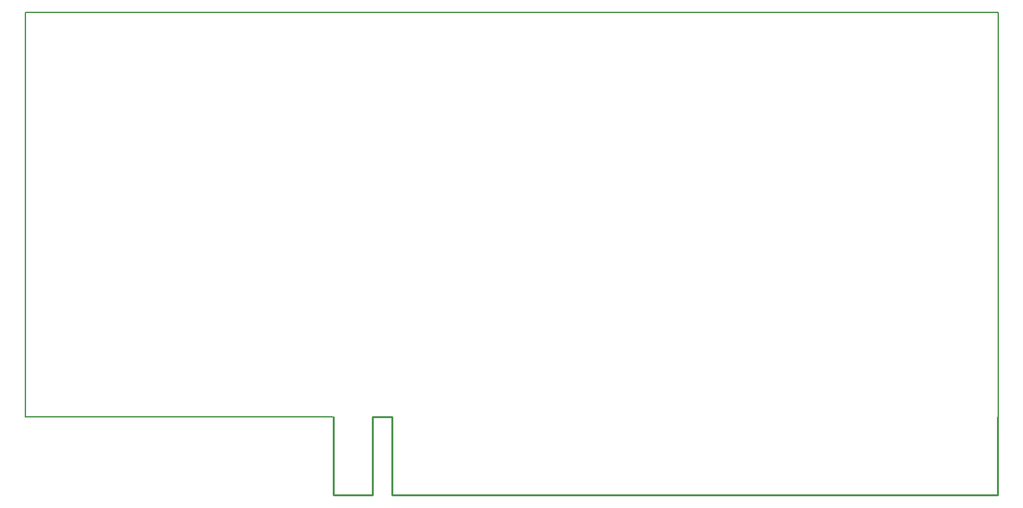
<source format=gko>
G04*
G04  File:            ZXINET.GKO, Tue Jan 09 01:03:28 2018*
G04  Source:          P-CAD 2006 PCB, Version 19.02.958, (Z:\home\lvd\d\zxiznet\pcad\revC\zxinet.pcb)*
G04  Format:          Gerber Format (RS-274-D), ASCII*
G04*
G04  Format Options:  Absolute Positioning*
G04                   Leading-Zero Suppression*
G04                   Scale Factor 1:1*
G04                   NO Circular Interpolation*
G04                   Millimeter Units*
G04                   Numeric Format: 4.4 (XXXX.XXXX)*
G04                   G54 NOT Used for Aperture Change*
G04                   Apertures Embedded*
G04*
G04  File Options:    Offset = (0.000mm,0.000mm)*
G04                   Drill Symbol Size = 2.032mm*
G04                   No Pad/Via Holes*
G04*
G04  File Contents:   No Pads*
G04                   No Vias*
G04                   No Designators*
G04                   No Types*
G04                   No Values*
G04                   No Drill Symbols*
G04                   Board*
G04*
%INZXINET.GKO*%
%ICAS*%
%MOMM*%
G04*
G04  Aperture MACROs for general use --- invoked via D-code assignment *
G04*
G04  General MACRO for flashed round with rotation and/or offset hole *
%AMROTOFFROUND*
1,1,$1,0.0000,0.0000*
1,0,$2,$3,$4*%
G04*
G04  General MACRO for flashed oval (obround) with rotation and/or offset hole *
%AMROTOFFOVAL*
21,1,$1,$2,0.0000,0.0000,$3*
1,1,$4,$5,$6*
1,1,$4,0-$5,0-$6*
1,0,$7,$8,$9*%
G04*
G04  General MACRO for flashed oval (obround) with rotation and no hole *
%AMROTOVALNOHOLE*
21,1,$1,$2,0.0000,0.0000,$3*
1,1,$4,$5,$6*
1,1,$4,0-$5,0-$6*%
G04*
G04  General MACRO for flashed rectangle with rotation and/or offset hole *
%AMROTOFFRECT*
21,1,$1,$2,0.0000,0.0000,$3*
1,0,$4,$5,$6*%
G04*
G04  General MACRO for flashed rectangle with rotation and no hole *
%AMROTRECTNOHOLE*
21,1,$1,$2,0.0000,0.0000,$3*%
G04*
G04  General MACRO for flashed rounded-rectangle *
%AMROUNDRECT*
21,1,$1,$2-$4,0.0000,0.0000,$3*
21,1,$1-$4,$2,0.0000,0.0000,$3*
1,1,$4,$5,$6*
1,1,$4,$7,$8*
1,1,$4,0-$5,0-$6*
1,1,$4,0-$7,0-$8*
1,0,$9,$10,$11*%
G04*
G04  General MACRO for flashed rounded-rectangle with rotation and no hole *
%AMROUNDRECTNOHOLE*
21,1,$1,$2-$4,0.0000,0.0000,$3*
21,1,$1-$4,$2,0.0000,0.0000,$3*
1,1,$4,$5,$6*
1,1,$4,$7,$8*
1,1,$4,0-$5,0-$6*
1,1,$4,0-$7,0-$8*%
G04*
G04  General MACRO for flashed regular polygon *
%AMREGPOLY*
5,1,$1,0.0000,0.0000,$2,$3+$4*
1,0,$5,$6,$7*%
G04*
G04  General MACRO for flashed regular polygon with no hole *
%AMREGPOLYNOHOLE*
5,1,$1,0.0000,0.0000,$2,$3+$4*%
G04*
G04  General MACRO for target *
%AMTARGET*
6,0,0,$1,$2,$3,4,$4,$5,$6*%
G04*
G04  General MACRO for mounting hole *
%AMMTHOLE*
1,1,$1,0,0*
1,0,$2,0,0*
$1=$1-$2*
$1=$1/2*
21,1,$2+$1,$3,0,0,$4*
21,1,$3,$2+$1,0,0,$4*%
G04*
G04*
G04  D10 : "Ellipse X0.254mm Y0.254mm H0.000mm 0.0deg (0.000mm,0.000mm) Draw"*
G04  Disc: OuterDia=0.2540*
%ADD10C, 0.2540*%
G04  D11 : "Ellipse X0.381mm Y0.381mm H0.000mm 0.0deg (0.000mm,0.000mm) Draw"*
G04  Disc: OuterDia=0.3810*
%ADD11C, 0.3810*%
G04  D12 : "Ellipse X0.500mm Y0.500mm H0.000mm 0.0deg (0.000mm,0.000mm) Draw"*
G04  Disc: OuterDia=0.5000*
%ADD12C, 0.5000*%
G04  D13 : "Ellipse X0.070mm Y0.070mm H0.000mm 0.0deg (0.000mm,0.000mm) Draw"*
G04  Disc: OuterDia=0.0700*
%ADD13C, 0.0700*%
G04  D14 : "Ellipse X0.600mm Y0.600mm H0.000mm 0.0deg (0.000mm,0.000mm) Draw"*
G04  Disc: OuterDia=0.6000*
%ADD14C, 0.6000*%
G04  D15 : "Ellipse X0.700mm Y0.700mm H0.000mm 0.0deg (0.000mm,0.000mm) Draw"*
G04  Disc: OuterDia=0.7000*
%ADD15C, 0.7000*%
G04  D16 : "Ellipse X0.100mm Y0.100mm H0.000mm 0.0deg (0.000mm,0.000mm) Draw"*
G04  Disc: OuterDia=0.1000*
%ADD16C, 0.1000*%
G04  D17 : "Ellipse X1.000mm Y1.000mm H0.000mm 0.0deg (0.000mm,0.000mm) Draw"*
G04  Disc: OuterDia=1.0000*
%ADD17C, 1.0000*%
G04  D18 : "Ellipse X0.127mm Y0.127mm H0.000mm 0.0deg (0.000mm,0.000mm) Draw"*
G04  Disc: OuterDia=0.1270*
%ADD18C, 0.1270*%
G04  D19 : "Ellipse X0.150mm Y0.150mm H0.000mm 0.0deg (0.000mm,0.000mm) Draw"*
G04  Disc: OuterDia=0.1500*
%ADD19C, 0.1500*%
G04  D20 : "Ellipse X0.200mm Y0.200mm H0.000mm 0.0deg (0.000mm,0.000mm) Draw"*
G04  Disc: OuterDia=0.2000*
%ADD20C, 0.2000*%
G04  D21 : "Ellipse X0.250mm Y0.250mm H0.000mm 0.0deg (0.000mm,0.000mm) Draw"*
G04  Disc: OuterDia=0.2500*
%ADD21C, 0.2500*%
G04  D22 : "Ellipse X0.250mm Y0.250mm H0.000mm 0.0deg (0.000mm,0.000mm) Draw"*
G04  Disc: OuterDia=0.2500*
%ADD22C, 0.2500*%
G04  D23 : "Ellipse X2.581mm Y2.581mm H0.000mm 0.0deg (0.000mm,0.000mm) Flash"*
G04  Disc: OuterDia=2.5810*
%ADD23C, 2.5810*%
G04  D24 : "Ellipse X3.581mm Y3.581mm H0.000mm 0.0deg (0.000mm,0.000mm) Flash"*
G04  Disc: OuterDia=3.5810*
%ADD24C, 3.5810*%
G04  D25 : "Ellipse X3.600mm Y3.600mm H0.000mm 0.0deg (0.000mm,0.000mm) Flash"*
G04  Disc: OuterDia=3.6000*
%ADD25C, 3.6000*%
G04  D26 : "Ellipse X3.981mm Y3.981mm H0.000mm 0.0deg (0.000mm,0.000mm) Flash"*
G04  Disc: OuterDia=3.9810*
%ADD26C, 3.9810*%
G04  D27 : "Ellipse X0.981mm Y0.981mm H0.000mm 0.0deg (0.000mm,0.000mm) Flash"*
G04  Disc: OuterDia=0.9810*
%ADD27C, 0.9810*%
G04  D28 : "Ellipse X1.381mm Y1.381mm H0.000mm 0.0deg (0.000mm,0.000mm) Flash"*
G04  Disc: OuterDia=1.3810*
%ADD28C, 1.3810*%
G04  D29 : "Ellipse X1.400mm Y1.400mm H0.000mm 0.0deg (0.000mm,0.000mm) Flash"*
G04  Disc: OuterDia=1.4000*
%ADD29C, 1.4000*%
G04  D30 : "Ellipse X1.500mm Y1.500mm H0.000mm 0.0deg (0.000mm,0.000mm) Flash"*
G04  Disc: OuterDia=1.5000*
%ADD30C, 1.5000*%
G04  D31 : "Ellipse X1.524mm Y1.524mm H0.000mm 0.0deg (0.000mm,0.000mm) Flash"*
G04  Disc: OuterDia=1.5240*
%ADD31C, 1.5240*%
G04  D32 : "Ellipse X1.600mm Y1.600mm H0.000mm 0.0deg (0.000mm,0.000mm) Flash"*
G04  Disc: OuterDia=1.6000*
%ADD32C, 1.6000*%
G04  D33 : "Ellipse X1.700mm Y1.700mm H0.000mm 0.0deg (0.000mm,0.000mm) Flash"*
G04  Disc: OuterDia=1.7000*
%ADD33C, 1.7000*%
G04  D34 : "Ellipse X1.781mm Y1.781mm H0.000mm 0.0deg (0.000mm,0.000mm) Flash"*
G04  Disc: OuterDia=1.7810*
%ADD34C, 1.7810*%
G04  D35 : "Ellipse X1.881mm Y1.881mm H0.000mm 0.0deg (0.000mm,0.000mm) Flash"*
G04  Disc: OuterDia=1.8810*
%ADD35C, 1.8810*%
G04  D36 : "Ellipse X1.905mm Y1.905mm H0.000mm 0.0deg (0.000mm,0.000mm) Flash"*
G04  Disc: OuterDia=1.9050*
%ADD36C, 1.9050*%
G04  D37 : "Ellipse X1.981mm Y1.981mm H0.000mm 0.0deg (0.000mm,0.000mm) Flash"*
G04  Disc: OuterDia=1.9810*
%ADD37C, 1.9810*%
G04  D38 : "Ellipse X2.081mm Y2.081mm H0.000mm 0.0deg (0.000mm,0.000mm) Flash"*
G04  Disc: OuterDia=2.0810*
%ADD38C, 2.0810*%
G04  D39 : "Ellipse X2.200mm Y2.200mm H0.000mm 0.0deg (0.000mm,0.000mm) Flash"*
G04  Disc: OuterDia=2.2000*
%ADD39C, 2.2000*%
G04  D40 : "Mounting Hole X3.200mm Y3.200mm H0.000mm 0.0deg (0.000mm,0.000mm) Flash"*
G04  Mounting Hole: Diameter=3.2000, Rotation=0.0, LineWidth=0.1270 *
%ADD40MTHOLE, 3.2000 X2.6920 X0.1270 X0.0*%
G04  D41 : "Mounting Hole X0.600mm Y0.600mm H0.000mm 0.0deg (0.000mm,0.000mm) Flash"*
G04  Mounting Hole: Diameter=0.6000, Rotation=0.0, LineWidth=0.1270 *
%ADD41MTHOLE, 0.6000 X0.0920 X0.1270 X0.0*%
G04  D42 : "Mounting Hole X1.000mm Y1.000mm H0.000mm 0.0deg (0.000mm,0.000mm) Flash"*
G04  Mounting Hole: Diameter=1.0000, Rotation=0.0, LineWidth=0.1270 *
%ADD42MTHOLE, 1.0000 X0.4920 X0.1270 X0.0*%
G04  D43 : "Rounded Rectangle X2.581mm Y2.381mm H0.000mm 0.0deg (0.000mm,0.000mm) Flash"*
G04  RoundRct: DimX=2.5810, DimY=2.3810, CornerRad=0.5953, Rotation=0.0, OffsetX=0.0000, OffsetY=0.0000, HoleDia=0.0000 *
%ADD43ROUNDRECTNOHOLE, 2.5810 X2.3810 X0.0 X1.1905 X-0.6953 X-0.5953 X-0.6953 X0.5953*%
G04  D44 : "Rounded Rectangle X2.881mm Y2.881mm H0.000mm 0.0deg (0.000mm,0.000mm) Flash"*
G04  RoundRct: DimX=2.8810, DimY=2.8810, CornerRad=0.7203, Rotation=0.0, OffsetX=0.0000, OffsetY=0.0000, HoleDia=0.0000 *
%ADD44ROUNDRECTNOHOLE, 2.8810 X2.8810 X0.0 X1.4405 X-0.7203 X-0.7203 X-0.7203 X0.7203*%
G04  D45 : "Rounded Rectangle X3.000mm Y1.600mm H0.000mm 0.0deg (0.000mm,0.000mm) Flash"*
G04  RoundRct: DimX=3.0000, DimY=1.6000, CornerRad=0.4000, Rotation=0.0, OffsetX=0.0000, OffsetY=0.0000, HoleDia=0.0000 *
%ADD45ROUNDRECTNOHOLE, 3.0000 X1.6000 X0.0 X0.8000 X-1.1000 X-0.4000 X-1.1000 X0.4000*%
G04  D46 : "Rounded Rectangle X2.000mm Y3.000mm H0.000mm 0.0deg (0.000mm,0.000mm) Flash"*
G04  RoundRct: DimX=2.0000, DimY=3.0000, CornerRad=0.5000, Rotation=0.0, OffsetX=0.0000, OffsetY=0.0000, HoleDia=0.0000 *
%ADD46ROUNDRECTNOHOLE, 2.0000 X3.0000 X0.0 X1.0000 X-0.5000 X-1.0000 X-0.5000 X1.0000*%
G04  D47 : "Rounded Rectangle X3.381mm Y1.981mm H0.000mm 0.0deg (0.000mm,0.000mm) Flash"*
G04  RoundRct: DimX=3.3810, DimY=1.9810, CornerRad=0.4953, Rotation=0.0, OffsetX=0.0000, OffsetY=0.0000, HoleDia=0.0000 *
%ADD47ROUNDRECTNOHOLE, 3.3810 X1.9810 X0.0 X0.9905 X-1.1953 X-0.4953 X-1.1953 X0.4953*%
G04  D48 : "Rounded Rectangle X2.381mm Y3.381mm H0.000mm 0.0deg (0.000mm,0.000mm) Flash"*
G04  RoundRct: DimX=2.3810, DimY=3.3810, CornerRad=0.5953, Rotation=0.0, OffsetX=0.0000, OffsetY=0.0000, HoleDia=0.0000 *
%ADD48ROUNDRECTNOHOLE, 2.3810 X3.3810 X0.0 X1.1905 X-0.5953 X-1.0953 X-0.5953 X1.0953*%
G04  D49 : "Rounded Rectangle X2.000mm Y0.500mm H0.000mm 0.0deg (0.000mm,0.000mm) Flash"*
G04  RoundRct: DimX=2.0000, DimY=0.5000, CornerRad=0.1250, Rotation=0.0, OffsetX=0.0000, OffsetY=0.0000, HoleDia=0.0000 *
%ADD49ROUNDRECTNOHOLE, 2.0000 X0.5000 X0.0 X0.2500 X-0.8750 X-0.1250 X-0.8750 X0.1250*%
G04  D50 : "Rounded Rectangle X6.200mm Y5.800mm H0.000mm 0.0deg (0.000mm,0.000mm) Flash"*
G04  RoundRct: DimX=6.2000, DimY=5.8000, CornerRad=1.4500, Rotation=0.0, OffsetX=0.0000, OffsetY=0.0000, HoleDia=0.0000 *
%ADD50ROUNDRECTNOHOLE, 6.2000 X5.8000 X0.0 X2.9000 X-1.6500 X-1.4500 X-1.6500 X1.4500*%
G04  D51 : "Rounded Rectangle X6.581mm Y6.181mm H0.000mm 0.0deg (0.000mm,0.000mm) Flash"*
G04  RoundRct: DimX=6.5810, DimY=6.1810, CornerRad=1.5453, Rotation=0.0, OffsetX=0.0000, OffsetY=0.0000, HoleDia=0.0000 *
%ADD51ROUNDRECTNOHOLE, 6.5810 X6.1810 X0.0 X3.0905 X-1.7453 X-1.5453 X-1.7453 X1.5453*%
G04  D52 : "Rounded Rectangle X1.300mm Y0.700mm H0.000mm 0.0deg (0.000mm,0.000mm) Flash"*
G04  RoundRct: DimX=1.3000, DimY=0.7000, CornerRad=0.1750, Rotation=0.0, OffsetX=0.0000, OffsetY=0.0000, HoleDia=0.0000 *
%ADD52ROUNDRECTNOHOLE, 1.3000 X0.7000 X0.0 X0.3500 X-0.4750 X-0.1750 X-0.4750 X0.1750*%
G04  D53 : "Rounded Rectangle X2.381mm Y0.881mm H0.000mm 0.0deg (0.000mm,0.000mm) Flash"*
G04  RoundRct: DimX=2.3810, DimY=0.8810, CornerRad=0.2203, Rotation=0.0, OffsetX=0.0000, OffsetY=0.0000, HoleDia=0.0000 *
%ADD53ROUNDRECTNOHOLE, 2.3810 X0.8810 X0.0 X0.4405 X-0.9703 X-0.2203 X-0.9703 X0.2203*%
G04  D54 : "Rounded Rectangle X1.681mm Y1.081mm H0.000mm 0.0deg (0.000mm,0.000mm) Flash"*
G04  RoundRct: DimX=1.6810, DimY=1.0810, CornerRad=0.2703, Rotation=0.0, OffsetX=0.0000, OffsetY=0.0000, HoleDia=0.0000 *
%ADD54ROUNDRECTNOHOLE, 1.6810 X1.0810 X0.0 X0.5405 X-0.5702 X-0.2703 X-0.5702 X0.2703*%
G04  D55 : "Rounded Rectangle X1.500mm Y2.000mm H0.000mm 0.0deg (0.000mm,0.000mm) Flash"*
G04  RoundRct: DimX=1.5000, DimY=2.0000, CornerRad=0.3750, Rotation=0.0, OffsetX=0.0000, OffsetY=0.0000, HoleDia=0.0000 *
%ADD55ROUNDRECTNOHOLE, 1.5000 X2.0000 X0.0 X0.7500 X-0.3750 X-0.6250 X-0.3750 X0.6250*%
G04  D56 : "Rounded Rectangle X2.000mm Y1.500mm H0.000mm 0.0deg (0.000mm,0.000mm) Flash"*
G04  RoundRct: DimX=2.0000, DimY=1.5000, CornerRad=0.3750, Rotation=0.0, OffsetX=0.0000, OffsetY=0.0000, HoleDia=0.0000 *
%ADD56ROUNDRECTNOHOLE, 2.0000 X1.5000 X0.0 X0.7500 X-0.6250 X-0.3750 X-0.6250 X0.3750*%
G04  D57 : "Rounded Rectangle X1.600mm Y0.300mm H0.000mm 0.0deg (0.000mm,0.000mm) Flash"*
G04  RoundRct: DimX=1.6000, DimY=0.3000, CornerRad=0.0750, Rotation=0.0, OffsetX=0.0000, OffsetY=0.0000, HoleDia=0.0000 *
%ADD57ROUNDRECTNOHOLE, 1.6000 X0.3000 X0.0 X0.1500 X-0.7250 X-0.0750 X-0.7250 X0.0750*%
G04  D58 : "Rounded Rectangle X0.300mm Y1.600mm H0.000mm 0.0deg (0.000mm,0.000mm) Flash"*
G04  RoundRct: DimX=0.3000, DimY=1.6000, CornerRad=0.0750, Rotation=0.0, OffsetX=0.0000, OffsetY=0.0000, HoleDia=0.0000 *
%ADD58ROUNDRECTNOHOLE, 0.3000 X1.6000 X0.0 X0.1500 X-0.0750 X-0.7250 X-0.0750 X0.7250*%
G04  D59 : "Rounded Rectangle X3.000mm Y1.700mm H0.000mm 0.0deg (0.000mm,0.000mm) Flash"*
G04  RoundRct: DimX=3.0000, DimY=1.7000, CornerRad=0.4250, Rotation=0.0, OffsetX=0.0000, OffsetY=0.0000, HoleDia=0.0000 *
%ADD59ROUNDRECTNOHOLE, 3.0000 X1.7000 X0.0 X0.8500 X-1.0750 X-0.4250 X-1.0750 X0.4250*%
G04  D60 : "Rounded Rectangle X1.881mm Y2.381mm H0.000mm 0.0deg (0.000mm,0.000mm) Flash"*
G04  RoundRct: DimX=1.8810, DimY=2.3810, CornerRad=0.4703, Rotation=0.0, OffsetX=0.0000, OffsetY=0.0000, HoleDia=0.0000 *
%ADD60ROUNDRECTNOHOLE, 1.8810 X2.3810 X0.0 X0.9405 X-0.4703 X-0.7203 X-0.4703 X0.7203*%
G04  D61 : "Rounded Rectangle X2.381mm Y1.881mm H0.000mm 0.0deg (0.000mm,0.000mm) Flash"*
G04  RoundRct: DimX=2.3810, DimY=1.8810, CornerRad=0.4703, Rotation=0.0, OffsetX=0.0000, OffsetY=0.0000, HoleDia=0.0000 *
%ADD61ROUNDRECTNOHOLE, 2.3810 X1.8810 X0.0 X0.9405 X-0.7203 X-0.4703 X-0.7203 X0.4703*%
G04  D62 : "Rounded Rectangle X1.981mm Y0.681mm H0.000mm 0.0deg (0.000mm,0.000mm) Flash"*
G04  RoundRct: DimX=1.9810, DimY=0.6810, CornerRad=0.1703, Rotation=0.0, OffsetX=0.0000, OffsetY=0.0000, HoleDia=0.0000 *
%ADD62ROUNDRECTNOHOLE, 1.9810 X0.6810 X0.0 X0.3405 X-0.8203 X-0.1703 X-0.8203 X0.1703*%
G04  D63 : "Rounded Rectangle X0.681mm Y1.981mm H0.000mm 0.0deg (0.000mm,0.000mm) Flash"*
G04  RoundRct: DimX=0.6810, DimY=1.9810, CornerRad=0.1703, Rotation=0.0, OffsetX=0.0000, OffsetY=0.0000, HoleDia=0.0000 *
%ADD63ROUNDRECTNOHOLE, 0.6810 X1.9810 X0.0 X0.3405 X-0.1703 X-0.8203 X-0.1703 X0.8203*%
G04  D64 : "Rounded Rectangle X3.000mm Y2.000mm H0.000mm 0.0deg (0.000mm,0.000mm) Flash"*
G04  RoundRct: DimX=3.0000, DimY=2.0000, CornerRad=0.5000, Rotation=0.0, OffsetX=0.0000, OffsetY=0.0000, HoleDia=0.0000 *
%ADD64ROUNDRECTNOHOLE, 3.0000 X2.0000 X0.0 X1.0000 X-1.0000 X-0.5000 X-1.0000 X0.5000*%
G04  D65 : "Rounded Rectangle X2.000mm Y0.650mm H0.000mm 0.0deg (0.000mm,0.000mm) Flash"*
G04  RoundRct: DimX=2.0000, DimY=0.6500, CornerRad=0.1625, Rotation=0.0, OffsetX=0.0000, OffsetY=0.0000, HoleDia=0.0000 *
%ADD65ROUNDRECTNOHOLE, 2.0000 X0.6500 X0.0 X0.3250 X-0.8375 X-0.1625 X-0.8375 X0.1625*%
G04  D66 : "Rounded Rectangle X2.000mm Y2.000mm H0.000mm 0.0deg (0.000mm,0.000mm) Flash"*
G04  RoundRct: DimX=2.0000, DimY=2.0000, CornerRad=0.5000, Rotation=0.0, OffsetX=0.0000, OffsetY=0.0000, HoleDia=0.0000 *
%ADD66ROUNDRECTNOHOLE, 2.0000 X2.0000 X0.0 X1.0000 X-0.5000 X-0.5000 X-0.5000 X0.5000*%
G04  D67 : "Rounded Rectangle X3.381mm Y2.081mm H0.000mm 0.0deg (0.000mm,0.000mm) Flash"*
G04  RoundRct: DimX=3.3810, DimY=2.0810, CornerRad=0.5202, Rotation=0.0, OffsetX=0.0000, OffsetY=0.0000, HoleDia=0.0000 *
%ADD67ROUNDRECTNOHOLE, 3.3810 X2.0810 X0.0 X1.0405 X-1.1703 X-0.5202 X-1.1703 X0.5202*%
G04  D68 : "Rounded Rectangle X2.200mm Y2.000mm H0.000mm 0.0deg (0.000mm,0.000mm) Flash"*
G04  RoundRct: DimX=2.2000, DimY=2.0000, CornerRad=0.5000, Rotation=0.0, OffsetX=0.0000, OffsetY=0.0000, HoleDia=0.0000 *
%ADD68ROUNDRECTNOHOLE, 2.2000 X2.0000 X0.0 X1.0000 X-0.6000 X-0.5000 X-0.6000 X0.5000*%
G04  D69 : "Rounded Rectangle X3.381mm Y2.381mm H0.000mm 0.0deg (0.000mm,0.000mm) Flash"*
G04  RoundRct: DimX=3.3810, DimY=2.3810, CornerRad=0.5953, Rotation=0.0, OffsetX=0.0000, OffsetY=0.0000, HoleDia=0.0000 *
%ADD69ROUNDRECTNOHOLE, 3.3810 X2.3810 X0.0 X1.1905 X-1.0953 X-0.5953 X-1.0953 X0.5953*%
G04  D70 : "Rounded Rectangle X2.381mm Y1.031mm H0.000mm 0.0deg (0.000mm,0.000mm) Flash"*
G04  RoundRct: DimX=2.3810, DimY=1.0310, CornerRad=0.2578, Rotation=0.0, OffsetX=0.0000, OffsetY=0.0000, HoleDia=0.0000 *
%ADD70ROUNDRECTNOHOLE, 2.3810 X1.0310 X0.0 X0.5155 X-0.9328 X-0.2578 X-0.9328 X0.2578*%
G04  D71 : "Rounded Rectangle X2.381mm Y2.381mm H0.000mm 0.0deg (0.000mm,0.000mm) Flash"*
G04  RoundRct: DimX=2.3810, DimY=2.3810, CornerRad=0.5953, Rotation=0.0, OffsetX=0.0000, OffsetY=0.0000, HoleDia=0.0000 *
%ADD71ROUNDRECTNOHOLE, 2.3810 X2.3810 X0.0 X1.1905 X-0.5953 X-0.5953 X-0.5953 X0.5953*%
G04  D72 : "Rounded Rectangle X2.500mm Y2.500mm H0.000mm 0.0deg (0.000mm,0.000mm) Flash"*
G04  RoundRct: DimX=2.5000, DimY=2.5000, CornerRad=0.6250, Rotation=0.0, OffsetX=0.0000, OffsetY=0.0000, HoleDia=0.0000 *
%ADD72ROUNDRECTNOHOLE, 2.5000 X2.5000 X0.0 X1.2500 X-0.6250 X-0.6250 X-0.6250 X0.6250*%
G04  D73 : "Rectangle X1.500mm Y10.000mm H0.000mm 0.0deg (0.000mm,0.000mm) Flash"*
G04  Rectangular: DimX=1.5000, DimY=10.0000, Rotation=0.0, OffsetX=0.0000, OffsetY=0.0000, HoleDia=0.0000 *
%ADD73R, 1.5000 X10.0000*%
G04  D74 : "Rectangle X1.500mm Y1.500mm H0.000mm 0.0deg (0.000mm,0.000mm) Flash"*
G04  Square: Side=1.5000, Rotation=0.0, OffsetX=0.0000, OffsetY=0.0000, HoleDia=0.0000*
%ADD74R, 1.5000 X1.5000*%
G04  D75 : "Rectangle X1.524mm Y1.524mm H0.000mm 0.0deg (0.000mm,0.000mm) Flash"*
G04  Square: Side=1.5240, Rotation=0.0, OffsetX=0.0000, OffsetY=0.0000, HoleDia=0.0000*
%ADD75R, 1.5240 X1.5240*%
G04  D76 : "Rectangle X1.600mm Y0.300mm H0.000mm 0.0deg (0.000mm,0.000mm) Flash"*
G04  Rectangular: DimX=1.6000, DimY=0.3000, Rotation=0.0, OffsetX=0.0000, OffsetY=0.0000, HoleDia=0.0000 *
%ADD76R, 1.6000 X0.3000*%
G04  D77 : "Rectangle X0.300mm Y1.600mm H0.000mm 0.0deg (0.000mm,0.000mm) Flash"*
G04  Rectangular: DimX=0.3000, DimY=1.6000, Rotation=0.0, OffsetX=0.0000, OffsetY=0.0000, HoleDia=0.0000 *
%ADD77R, 0.3000 X1.6000*%
G04  D78 : "Rectangle X1.600mm Y1.600mm H0.000mm 0.0deg (0.000mm,0.000mm) Flash"*
G04  Square: Side=1.6000, Rotation=0.0, OffsetX=0.0000, OffsetY=0.0000, HoleDia=0.0000*
%ADD78R, 1.6000 X1.6000*%
G04  D79 : "Rectangle X1.881mm Y10.381mm H0.000mm 0.0deg (0.000mm,0.000mm) Flash"*
G04  Rectangular: DimX=1.8810, DimY=10.3810, Rotation=0.0, OffsetX=0.0000, OffsetY=0.0000, HoleDia=0.0000 *
%ADD79R, 1.8810 X10.3810*%
G04  D80 : "Rectangle X1.881mm Y1.881mm H0.000mm 0.0deg (0.000mm,0.000mm) Flash"*
G04  Square: Side=1.8810, Rotation=0.0, OffsetX=0.0000, OffsetY=0.0000, HoleDia=0.0000*
%ADD80R, 1.8810 X1.8810*%
G04  D81 : "Rectangle X1.905mm Y1.905mm H0.000mm 0.0deg (0.000mm,0.000mm) Flash"*
G04  Square: Side=1.9050, Rotation=0.0, OffsetX=0.0000, OffsetY=0.0000, HoleDia=0.0000*
%ADD81R, 1.9050 X1.9050*%
G04  D82 : "Rectangle X1.981mm Y0.681mm H0.000mm 0.0deg (0.000mm,0.000mm) Flash"*
G04  Rectangular: DimX=1.9810, DimY=0.6810, Rotation=0.0, OffsetX=0.0000, OffsetY=0.0000, HoleDia=0.0000 *
%ADD82R, 1.9810 X0.6810*%
G04  D83 : "Rectangle X0.681mm Y1.981mm H0.000mm 0.0deg (0.000mm,0.000mm) Flash"*
G04  Rectangular: DimX=0.6810, DimY=1.9810, Rotation=0.0, OffsetX=0.0000, OffsetY=0.0000, HoleDia=0.0000 *
%ADD83R, 0.6810 X1.9810*%
G04  D84 : "Rectangle X1.981mm Y1.981mm H0.000mm 0.0deg (0.000mm,0.000mm) Flash"*
G04  Square: Side=1.9810, Rotation=0.0, OffsetX=0.0000, OffsetY=0.0000, HoleDia=0.0000*
%ADD84R, 1.9810 X1.9810*%
G04  D85 : "Ellipse X5.500mm Y5.500mm H0.000mm 0.0deg (0.000mm,0.000mm) Flash"*
G04  Disc: OuterDia=5.5000*
%ADD85C, 5.5000*%
G04  D86 : "Ellipse X5.881mm Y5.881mm H0.000mm 0.0deg (0.000mm,0.000mm) Flash"*
G04  Disc: OuterDia=5.8810*
%ADD86C, 5.8810*%
G04  D87 : "Ellipse X1.000mm Y1.000mm H0.000mm 0.0deg (0.000mm,0.000mm) Flash"*
G04  Disc: OuterDia=1.0000*
%ADD87C, 1.0000*%
G04*
%FSLAX44Y44*%
%SFA1B1*%
%OFA0.000B0.000*%
G04*
G71*
G90*
G01*
D2*
%LNBoard*%
D20*
X156000Y4035000*
Y4560000D1*
X1421000D2*
Y4035000D1*
X556336Y4034701D2*
X156286D1*
X156000Y4560000D2*
X1421000D1*
D2*
D10*
X556930Y3933060*
Y4034660D1*
X633130Y3933060D2*
Y4034660D1*
X1420530Y3933060D2*
Y4034660D1*
X633130D2*
X607730D1*
Y3933060*
X633130D2*
X1420530D1*
X607730D2*
X556930D1*
D02M02*

</source>
